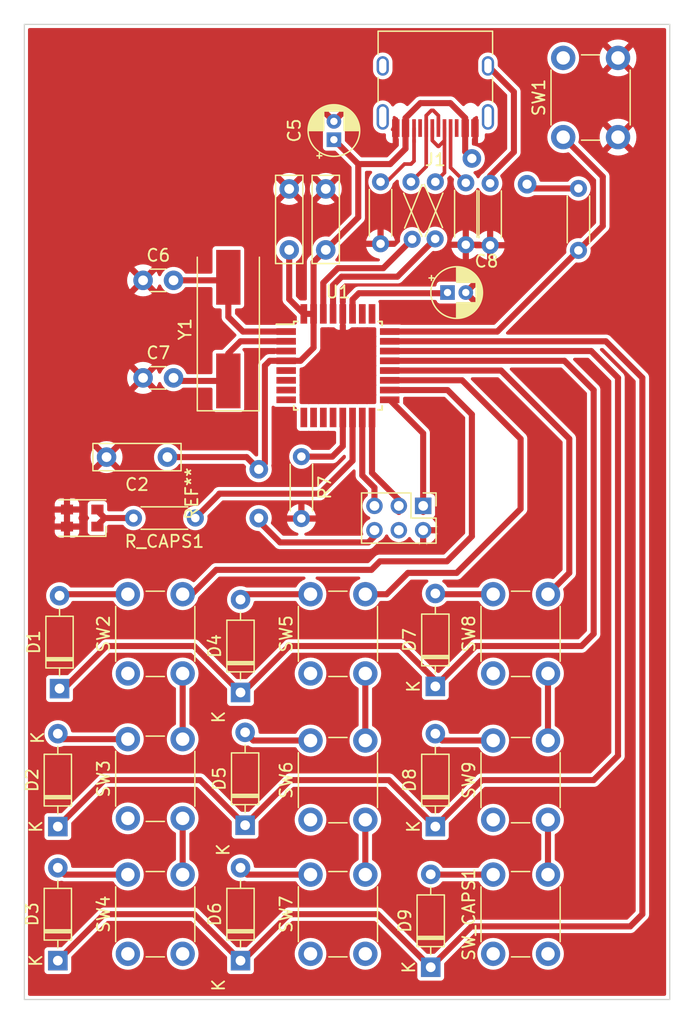
<source format=kicad_pcb>
(kicad_pcb (version 20211014) (generator pcbnew)
  (layers (0 "F.Cu" signal) (31 "B.Cu" signal) (34 "B.Paste" user) (35 "F.Paste" user) (36 "B.SilkS" user "B.Silkscreen") (37 "F.SilkS" user "F.Silkscreen") (38 "B.Mask" user) (39 "F.Mask" user) (44 "Edge.Cuts" user))
  (net 0 "")
  (net 1 "Net-(C6-Pad2)")
  (net 2 "Net-(C7-Pad2)")
  (net 3 "Net-(C8-Pad1)")
  (net 4 "Net-(D1-Pad2)")
  (net 5 "Net-(D2-Pad2)")
  (net 6 "ROW3")
  (net 7 "Net-(D3-Pad2)")
  (net 8 "Net-(D4-Pad2)")
  (net 9 "Net-(D5-Pad2)")
  (net 10 "Net-(D6-Pad2)")
  (net 11 "Net-(D7-Pad2)")
  (net 12 "Net-(D8-Pad2)")
  (net 13 "Net-(D9-Pad2)")
  (net 14 "Net-(J1-PadA5)")
  (net 15 "Net-(J1-PadA6)")
  (net 16 "Net-(J1-PadA7)")
  (net 18 "Net-(J1-PadB5)")
  (net 20 "Net-(J1-PadS1)")
  (net 21 "RESET")
  (net 22 "D-")
  (net 23 "D+")
  (net 24 "Net-(R7-Pad1)")
  (net 25 "CAPS")
  (net 26 "COL1")
  (net 27 "COL2")
  (net 28 "COL3")
  (net 31 "VCC")
  (net 32 "GND")
  (net 37 "Net-(R_CAPS1-Pad2)")
  (net 41 "ROW1")
  (net 42 "ROW2")
  (net 44 "MISO")
  (net 45 "MOSI")
  (net 46 "SCLK")
  (footprint "Resistor_THT:R_Axial_DIN0204_L3.6mm_D1.6mm_P5.08mm_Horizontal" (layer "F.Cu") (at 58 55.46 -90)
    (fp_text reference "R7" (at 2.54 -1.92 90) (layer "F.SilkS"))
    (fp_text value "10k")
    (pad "1" thru_hole circle (at 0 0 270) (size 1.4 1.4) (drill 0.7) (layers *.Cu *.Mask) (net 24 "Net-(R7-Pad1)"))
    (pad "2" thru_hole oval (at 5.08 0 270) (size 1.4 1.4) (drill 0.7) (layers *.Cu *.Mask) (net 32 "GND"))
  )
  (footprint "Diode_THT:D_DO-35_SOD27_P7.62mm_Horizontal" (layer "F.Cu") (at 53 96.81 90)
    (fp_text reference "D6" (at 3.81 -2.12 90) (layer "F.SilkS"))
    (fp_text value "1N4148")
    (fp_text user "K" (at -2.015564 -1.8 90) (layer "F.SilkS"))
    (pad "1" thru_hole rect locked (at 0 0 90) (size 1.6 1.6) (drill 0.8) (layers *.Cu *.Mask) (net 6 "ROW3"))
    (pad "2" thru_hole oval locked (at 7.62 0 90) (size 1.6 1.6) (drill 0.8) (layers *.Cu *.Mask) (net 10 "Net-(D6-Pad2)"))
  )
  (footprint "Diode_THT:D_DO-35_SOD27_P7.62mm_Horizontal" (layer "F.Cu") (at 38.14 74.49 90)
    (fp_text reference "D1" (at 3.81 -2.12 90) (layer "F.SilkS"))
    (fp_text value "1N4148")
    (fp_text user "K" (at -4.031128 -1.8 90) (layer "F.SilkS"))
    (pad "1" thru_hole rect locked (at 0 0 90) (size 1.6 1.6) (drill 0.8) (layers *.Cu *.Mask) (net 41 "ROW1"))
    (pad "2" thru_hole oval locked (at 7.62 0 90) (size 1.6 1.6) (drill 0.8) (layers *.Cu *.Mask) (net 4 "Net-(D1-Pad2)"))
  )
  (footprint "Capacitor_THT:C_Rect_L7.0mm_W2.0mm_P5.00mm" (layer "F.Cu") (at 57 38.5 90)
    (fp_text reference "C1" hide)
    (fp_text value "0.1uf")
    (pad "1" thru_hole circle (at 0 0 90) (size 1.6 1.6) (drill 0.8) (layers *.Cu *.Mask) (net 31 "VCC"))
    (pad "2" thru_hole circle (at 5 0 90) (size 1.6 1.6) (drill 0.8) (layers *.Cu *.Mask) (net 32 "GND"))
  )
  (footprint "Diode_THT:D_DO-35_SOD27_P7.62mm_Horizontal" (layer "F.Cu") (at 68.62 97.35 90)
    (fp_text reference "D9" (at 3.81 -2.12 90) (layer "F.SilkS"))
    (fp_text value "1N4148")
    (fp_text user "K" (at 0 -1.8 90) (layer "F.SilkS"))
    (pad "1" thru_hole rect locked (at 0 0 90) (size 1.6 1.6) (drill 0.8) (layers *.Cu *.Mask) (net 6 "ROW3"))
    (pad "2" thru_hole oval locked (at 7.62 0 90) (size 1.6 1.6) (drill 0.8) (layers *.Cu *.Mask) (net 13 "Net-(D9-Pad2)"))
  )
  (footprint "Button_Switch_THT:SW_PUSH_6mm" (layer "F.Cu") (at 73.75 96.25 90)
    (fp_text reference "SW_CAPS1" (at 3.25 -2 90) (layer "F.SilkS"))
    (fp_text value "SW_Push")
    (pad "1" thru_hole circle locked (at 6.5 0 180) (size 2 2) (drill 1.1) (layers *.Cu *.Mask) (net 13 "Net-(D9-Pad2)"))
    (pad "1" thru_hole circle locked (at 0 0 180) (size 2 2) (drill 1.1) (layers *.Cu *.Mask) (net 13 "Net-(D9-Pad2)"))
    (pad "2" thru_hole circle locked (at 6.5 4.5 180) (size 2 2) (drill 1.1) (layers *.Cu *.Mask) (net 28 "COL3"))
    (pad "2" thru_hole circle locked (at 0 4.5 180) (size 2 2) (drill 1.1) (layers *.Cu *.Mask) (net 28 "COL3"))
  )
  (footprint "Resistor_THT:R_Axial_DIN0204_L3.6mm_D1.6mm_P5.08mm_Horizontal" (layer "F.Cu") (at 67 32.92 -67)
    (fp_text reference "R6" hide)
    (fp_text value "22ohm")
    (pad "1" thru_hole circle (at 0 0 293) (size 1.4 1.4) (drill 0.7) (layers *.Cu *.Mask) (net 15 "Net-(J1-PadA6)"))
    (pad "2" thru_hole oval (at 5.08 0 293) (size 1.4 1.4) (drill 0.7) (layers *.Cu *.Mask) (net 23 "D+"))
  )
  (footprint "Package_QFP:TQFP-32_7x7mm_P0.8mm" (layer "F.Cu") (at 61 48)
    (fp_text reference "U1" (at 0 -6.05) (layer "F.SilkS"))
    (fp_text value "ATmega8U2-A")
    (pad "1" smd rect (at -4.25 -2.8) (size 1.6 0.55) (layers "F.Cu" "F.Paste" "F.Mask") (net 1 "Net-(C6-Pad2)"))
    (pad "2" smd rect (at -4.25 -2) (size 1.6 0.55) (layers "F.Cu" "F.Paste" "F.Mask") (net 2 "Net-(C7-Pad2)"))
    (pad "3" smd rect (at -4.25 -1.2) (size 1.6 0.55) (layers "F.Cu" "F.Paste" "F.Mask") (net 32 "GND"))
    (pad "4" smd rect (at -4.25 -0.4) (size 1.6 0.55) (layers "F.Cu" "F.Paste" "F.Mask") (net 31 "VCC"))
    (pad "5" smd rect (at -4.25 0.4) (size 1.6 0.55) (layers "F.Cu" "F.Paste" "F.Mask"))
    (pad "6" smd rect (at -4.25 1.2) (size 1.6 0.55) (layers "F.Cu" "F.Paste" "F.Mask"))
    (pad "7" smd rect (at -4.25 2) (size 1.6 0.55) (layers "F.Cu" "F.Paste" "F.Mask"))
    (pad "8" smd rect (at -4.25 2.8) (size 1.6 0.55) (layers "F.Cu" "F.Paste" "F.Mask"))
    (pad "9" smd rect (at -2.8 4.25 90) (size 1.6 0.55) (layers "F.Cu" "F.Paste" "F.Mask"))
    (pad "10" smd rect (at -2 4.25 90) (size 1.6 0.55) (layers "F.Cu" "F.Paste" "F.Mask"))
    (pad "11" smd rect (at -1.2 4.25 90) (size 1.6 0.55) (layers "F.Cu" "F.Paste" "F.Mask"))
    (pad "12" smd rect (at -0.4 4.25 90) (size 1.6 0.55) (layers "F.Cu" "F.Paste" "F.Mask"))
    (pad "13" smd rect (at 0.4 4.25 90) (size 1.6 0.55) (layers "F.Cu" "F.Paste" "F.Mask") (net 24 "Net-(R7-Pad1)"))
    (pad "14" smd rect (at 1.2 4.25 90) (size 1.6 0.55) (layers "F.Cu" "F.Paste" "F.Mask") (net 25 "CAPS"))
    (pad "15" smd rect (at 2 4.25 90) (size 1.6 0.55) (layers "F.Cu" "F.Paste" "F.Mask") (net 46 "SCLK"))
    (pad "16" smd rect (at 2.8 4.25 90) (size 1.6 0.55) (layers "F.Cu" "F.Paste" "F.Mask") (net 45 "MOSI"))
    (pad "17" smd rect (at 4.25 2.8) (size 1.6 0.55) (layers "F.Cu" "F.Paste" "F.Mask") (net 44 "MISO"))
    (pad "18" smd rect (at 4.25 2) (size 1.6 0.55) (layers "F.Cu" "F.Paste" "F.Mask") (net 26 "COL1"))
    (pad "19" smd rect (at 4.25 1.2) (size 1.6 0.55) (layers "F.Cu" "F.Paste" "F.Mask") (net 27 "COL2"))
    (pad "20" smd rect (at 4.25 0.4) (size 1.6 0.55) (layers "F.Cu" "F.Paste" "F.Mask") (net 28 "COL3"))
    (pad "21" smd rect (at 4.25 -0.4) (size 1.6 0.55) (layers "F.Cu" "F.Paste" "F.Mask") (net 41 "ROW1"))
    (pad "22" smd rect (at 4.25 -1.2) (size 1.6 0.55) (layers "F.Cu" "F.Paste" "F.Mask") (net 42 "ROW2"))
    (pad "23" smd rect (at 4.25 -2) (size 1.6 0.55) (layers "F.Cu" "F.Paste" "F.Mask") (net 6 "ROW3"))
    (pad "24" smd rect (at 4.25 -2.8) (size 1.6 0.55) (layers "F.Cu" "F.Paste" "F.Mask") (net 21 "RESET"))
    (pad "25" smd rect (at 2.8 -4.25 90) (size 1.6 0.55) (layers "F.Cu" "F.Paste" "F.Mask"))
    (pad "26" smd rect (at 2 -4.25 90) (size 1.6 0.55) (layers "F.Cu" "F.Paste" "F.Mask"))
    (pad "27" smd rect (at 1.2 -4.25 90) (size 1.6 0.55) (layers "F.Cu" "F.Paste" "F.Mask") (net 3 "Net-(C8-Pad1)"))
    (pad "28" smd rect (at 0.4 -4.25 90) (size 1.6 0.55) (layers "F.Cu" "F.Paste" "F.Mask") (net 32 "GND"))
    (pad "29" smd rect (at -0.4 -4.25 90) (size 1.6 0.55) (layers "F.Cu" "F.Paste" "F.Mask") (net 23 "D+"))
    (pad "30" smd rect (at -1.2 -4.25 90) (size 1.6 0.55) (layers "F.Cu" "F.Paste" "F.Mask") (net 22 "D-"))
    (pad "31" smd rect (at -2 -4.25 90) (size 1.6 0.55) (layers "F.Cu" "F.Paste" "F.Mask") (net 31 "VCC"))
    (pad "32" smd rect (at -2.8 -4.25 90) (size 1.6 0.55) (layers "F.Cu" "F.Paste" "F.Mask") (net 31 "VCC"))
  )
  (footprint "Liam_CustomFootprints:Jumper_THT" (layer "F.Cu") (at 75.925707 27.313698 -25)
    (fp_text reference "REF**" hide)
    (fp_text value "Jumper_THT" hide)
    (pad "1" thru_hole circle (at -2 5 335) (size 1.524 1.524) (drill 0.762) (layers *.Cu *.Mask) (net 31 "VCC"))
    (pad "2" thru_hole circle (at 3 5 335) (size 1.524 1.524) (drill 0.762) (layers *.Cu *.Mask) (net 31 "VCC"))
  )
  (footprint "Diode_THT:D_DO-35_SOD27_P7.62mm_Horizontal" (layer "F.Cu") (at 69 85.81 90)
    (fp_text reference "D8" (at 3.81 -2.12 90) (layer "F.SilkS"))
    (fp_text value "1N4148")
    (fp_text user "K" (at 0 -1.8 90) (layer "F.SilkS"))
    (pad "1" thru_hole rect locked (at 0 0 90) (size 1.6 1.6) (drill 0.8) (layers *.Cu *.Mask) (net 42 "ROW2"))
    (pad "2" thru_hole oval locked (at 7.62 0 90) (size 1.6 1.6) (drill 0.8) (layers *.Cu *.Mask) (net 12 "Net-(D8-Pad2)"))
  )
  (footprint "Button_Switch_THT:SW_PUSH_6mm" (layer "F.Cu") (at 79.5 29.25 90)
    (fp_text reference "SW1" (at 3.25 -2 90) (layer "F.SilkS"))
    (fp_text value "SW_Push")
    (pad "1" thru_hole circle (at 6.5 0 180) (size 2 2) (drill 1.1) (layers *.Cu *.Mask) (net 21 "RESET"))
    (pad "1" thru_hole circle (at 0 0 180) (size 2 2) (drill 1.1) (layers *.Cu *.Mask) (net 21 "RESET"))
    (pad "2" thru_hole circle (at 6.5 4.5 180) (size 2 2) (drill 1.1) (layers *.Cu *.Mask) (net 32 "GND"))
    (pad "2" thru_hole circle (at 0 4.5 180) (size 2 2) (drill 1.1) (layers *.Cu *.Mask) (net 32 "GND"))
  )
  (footprint "Connector_USB:USB_C_Receptacle_HRO_TYPE-C-31-M-12" (layer "F.Cu") (at 69 24.46 180)
    (fp_text reference "J1" (at 0 -6.645) (layer "F.SilkS"))
    (fp_text value "USB_C_Receptacle_USB2.0")
    (pad "" np_thru_hole circle (at -2.89 -2.6 180) (size 0.65 0.65) (drill 0.65) (layers *.Cu *.Mask))
    (pad "" np_thru_hole circle (at 2.89 -2.6 180) (size 0.65 0.65) (drill 0.65) (layers *.Cu *.Mask))
    (pad "A1" smd rect (at -3.25 -4.045 180) (size 0.6 1.45) (layers "F.Cu" "F.Paste" "F.Mask") (net 32 "GND"))
    (pad "A4" smd rect (at -2.45 -4.045 180) (size 0.6 1.45) (layers "F.Cu" "F.Paste" "F.Mask") (net 31 "VCC"))
    (pad "A5" smd rect (at -1.25 -4.045 180) (size 0.3 1.45) (layers "F.Cu" "F.Paste" "F.Mask") (net 14 "Net-(J1-PadA5)"))
    (pad "A6" smd rect (at -0.25 -4.045 180) (size 0.3 1.45) (layers "F.Cu" "F.Paste" "F.Mask") (net 15 "Net-(J1-PadA6)"))
    (pad "A7" smd rect (at 0.25 -4.045 180) (size 0.3 1.45) (layers "F.Cu" "F.Paste" "F.Mask") (net 16 "Net-(J1-PadA7)"))
    (pad "A8" smd rect (at 1.25 -4.045 180) (size 0.3 1.45) (layers "F.Cu" "F.Paste" "F.Mask"))
    (pad "A9" smd rect (at 2.45 -4.045 180) (size 0.6 1.45) (layers "F.Cu" "F.Paste" "F.Mask") (net 31 "VCC"))
    (pad "A12" smd rect (at 3.25 -4.045 180) (size 0.6 1.45) (layers "F.Cu" "F.Paste" "F.Mask") (net 32 "GND"))
    (pad "B1" smd rect (at 3.25 -4.045 180) (size 0.6 1.45) (layers "F.Cu" "F.Paste" "F.Mask") (net 32 "GND"))
    (pad "B4" smd rect (at 2.45 -4.045 180) (size 0.6 1.45) (layers "F.Cu" "F.Paste" "F.Mask") (net 31 "VCC"))
    (pad "B5" smd rect (at 1.75 -4.045 180) (size 0.3 1.45) (layers "F.Cu" "F.Paste" "F.Mask") (net 18 "Net-(J1-PadB5)"))
    (pad "B6" smd rect (at 0.75 -4.045 180) (size 0.3 1.45) (layers "F.Cu" "F.Paste" "F.Mask") (net 15 "Net-(J1-PadA6)"))
    (pad "B7" smd rect (at -0.75 -4.045 180) (size 0.3 1.45) (layers "F.Cu" "F.Paste" "F.Mask") (net 16 "Net-(J1-PadA7)"))
    (pad "B8" smd rect (at -1.75 -4.045 180) (size 0.3 1.45) (layers "F.Cu" "F.Paste" "F.Mask"))
    (pad "B9" smd rect (at -2.45 -4.045 180) (size 0.6 1.45) (layers "F.Cu" "F.Paste" "F.Mask") (net 31 "VCC"))
    (pad "B12" smd rect (at -3.25 -4.045 180) (size 0.6 1.45) (layers "F.Cu" "F.Paste" "F.Mask") (net 32 "GND"))
    (pad "S1" thru_hole oval (at 4.32 -3.13 180) (size 1 2.1) (drill oval 0.6 1.7) (layers *.Cu *.Mask) (net 20 "Net-(J1-PadS1)"))
    (pad "S1" thru_hole oval (at -4.32 1.05 180) (size 1 1.6) (drill oval 0.6 1.2) (layers *.Cu *.Mask) (net 20 "Net-(J1-PadS1)"))
    (pad "S1" thru_hole oval (at 4.32 1.05 180) (size 1 1.6) (drill oval 0.6 1.2) (layers *.Cu *.Mask) (net 20 "Net-(J1-PadS1)"))
    (pad "S1" thru_hole oval (at -4.32 -3.13 180) (size 1 2.1) (drill oval 0.6 1.7) (layers *.Cu *.Mask) (net 20 "Net-(J1-PadS1)"))
  )
  (footprint "Diode_THT:D_DO-35_SOD27_P7.62mm_Horizontal" (layer "F.Cu") (at 38 96.81 90)
    (fp_text reference "D3" (at 3.81 -2.12 90) (layer "F.SilkS"))
    (fp_text value "1N4148")
    (fp_text user "K" (at 0 -1.8 90) (layer "F.SilkS"))
    (pad "1" thru_hole rect locked (at 0 0 90) (size 1.6 1.6) (drill 0.8) (layers *.Cu *.Mask) (net 6 "ROW3"))
    (pad "2" thru_hole oval locked (at 7.62 0 90) (size 1.6 1.6) (drill 0.8) (layers *.Cu *.Mask) (net 7 "Net-(D3-Pad2)"))
  )
  (footprint "Capacitor_THT:CP_Radial_D4.0mm_P1.50mm" (layer "F.Cu") (at 60.66952 29.46 90)
    (fp_text reference "C5" (at 0.75 -3.25 90) (layer "F.SilkS"))
    (fp_text value "10uf")
    (pad "1" thru_hole rect (at 0 0 90) (size 1.2 1.2) (drill 0.6) (layers *.Cu *.Mask) (net 31 "VCC"))
    (pad "2" thru_hole circle (at 1.5 0 90) (size 1.2 1.2) (drill 0.6) (layers *.Cu *.Mask) (net 32 "GND"))
  )
  (footprint "Capacitor_THT:C_Rect_L7.0mm_W2.0mm_P5.00mm" (layer "F.Cu") (at 60 38.5 90)
    (fp_text reference "C3" hide)
    (fp_text value "0.1uf")
    (pad "1" thru_hole circle (at 0 0 90) (size 1.6 1.6) (drill 0.8) (layers *.Cu *.Mask) (net 31 "VCC"))
    (pad "2" thru_hole circle (at 5 0 90) (size 1.6 1.6) (drill 0.8) (layers *.Cu *.Mask) (net 32 "GND"))
  )
  (footprint "Liam_CustomFootprints:Jumper_THT" (layer "F.Cu") (at 49.5 58.5 90)
    (fp_text reference "REF**" (at 0 -0.5 90 unlocked) (layer "F.SilkS"))
    (fp_text value "Jumper_THT")
    (pad "1" thru_hole circle (at -2 5 90) (size 1.524 1.524) (drill 0.762) (layers *.Cu *.Mask) (net 31 "VCC"))
    (pad "2" thru_hole circle (at 2 5 90) (size 1.524 1.524) (drill 0.762) (layers *.Cu *.Mask) (net 31 "VCC"))
  )
  (footprint "Capacitor_THT:C_Rect_L7.0mm_W2.0mm_P5.00mm" (layer "F.Cu") (at 47 55.5 180)
    (fp_text reference "C2" (at 2.5 -2.25) (layer "F.SilkS"))
    (fp_text value "0.1uf")
    (pad "1" thru_hole circle (at 0 0 180) (size 1.6 1.6) (drill 0.8) (layers *.Cu *.Mask) (net 31 "VCC"))
    (pad "2" thru_hole circle (at 5 0 180) (size 1.6 1.6) (drill 0.8) (layers *.Cu *.Mask) (net 32 "GND"))
  )
  (footprint "Capacitor_THT:C_Disc_D3.0mm_W1.6mm_P2.50mm" (layer "F.Cu") (at 45 41)
    (fp_text reference "C6" (at 1.25 -2.05) (layer "F.SilkS"))
    (fp_text value "22pf")
    (pad "1" thru_hole circle (at 0 0) (size 1.6 1.6) (drill 0.8) (layers *.Cu *.Mask) (net 32 "GND"))
    (pad "2" thru_hole circle (at 2.5 0) (size 1.6 1.6) (drill 0.8) (layers *.Cu *.Mask) (net 1 "Net-(C6-Pad2)"))
  )
  (footprint "Crystal:Crystal_SMD_HC49-SD" (layer "F.Cu") (at 52 45 90)
    (fp_text reference "Y1" (at 0 -3.55 90) (layer "F.SilkS"))
    (fp_text value "16mhz")
    (pad "1" smd rect (at -4.25 0 90) (size 4.5 2) (layers "F.Cu" "F.Paste" "F.Mask") (net 2 "Net-(C7-Pad2)"))
    (pad "2" smd rect (at 4.25 0 90) (size 4.5 2) (layers "F.Cu" "F.Paste" "F.Mask") (net 1 "Net-(C6-Pad2)"))
  )
  (footprint "Button_Switch_THT:SW_PUSH_6mm" (layer "F.Cu") (at 58.75 85.25 90)
    (fp_text reference "SW6" (at 3.25 -2 90) (layer "F.SilkS"))
    (fp_text value "SW_Push")
    (pad "1" thru_hole circle locked (at 6.5 0 180) (size 2 2) (drill 1.1) (layers *.Cu *.Mask) (net 9 "Net-(D5-Pad2)"))
    (pad "1" thru_hole circle locked (at 0 0 180) (size 2 2) (drill 1.1) (layers *.Cu *.Mask) (net 9 "Net-(D5-Pad2)"))
    (pad "2" thru_hole circle locked (at 0 4.5 180) (size 2 2) (drill 1.1) (layers *.Cu *.Mask) (net 27 "COL2"))
    (pad "2" thru_hole circle locked (at 6.5 4.5 180) (size 2 2) (drill 1.1) (layers *.Cu *.Mask) (net 27 "COL2"))
  )
  (footprint "Resistor_THT:R_Axial_DIN0204_L3.6mm_D1.6mm_P5.08mm_Horizontal" (layer "F.Cu") (at 49.29 60.5 180)
    (fp_text reference "R_CAPS1" (at 2.54 -1.92) (layer "F.SilkS"))
    (fp_text value "220ohm")
    (pad "1" thru_hole circle (at 0 0 180) (size 1.4 1.4) (drill 0.7) (layers *.Cu *.Mask) (net 25 "CAPS"))
    (pad "2" thru_hole oval (at 5.08 0 180) (size 1.4 1.4) (drill 0.7) (layers *.Cu *.Mask) (net 37 "Net-(R_CAPS1-Pad2)"))
  )
  (footprint "Button_Switch_THT:SW_PUSH_6mm" (layer "F.Cu") (at 43.75 96.25 90)
    (fp_text reference "SW4" (at 3.25 -2 90) (layer "F.SilkS"))
    (fp_text value "SW_Push")
    (pad "1" thru_hole circle locked (at 0 0 180) (size 2 2) (drill 1.1) (layers *.Cu *.Mask) (net 7 "Net-(D3-Pad2)"))
    (pad "1" thru_hole circle locked (at 6.5 0 180) (size 2 2) (drill 1.1) (layers *.Cu *.Mask) (net 7 "Net-(D3-Pad2)"))
    (pad "2" thru_hole circle locked (at 0 4.5 180) (size 2 2) (drill 1.1) (layers *.Cu *.Mask) (net 26 "COL1"))
    (pad "2" thru_hole circle locked (at 6.5 4.5 180) (size 2 2) (drill 1.1) (layers *.Cu *.Mask) (net 26 "COL1"))
  )
  (footprint "Diode_THT:D_DO-35_SOD27_P7.62mm_Horizontal" (layer "F.Cu") (at 69 74.31 90)
    (fp_text reference "D7" (at 3.81 -2.12 90) (layer "F.SilkS"))
    (fp_text value "1N4148")
    (fp_text user "K" (at 0 -1.8 90) (layer "F.SilkS"))
    (pad "1" thru_hole rect locked (at 0 0 90) (size 1.6 1.6) (drill 0.8) (layers *.Cu *.Mask) (net 41 "ROW1"))
    (pad "2" thru_hole oval locked (at 7.62 0 90) (size 1.6 1.6) (drill 0.8) (layers *.Cu *.Mask) (net 11 "Net-(D7-Pad2)"))
  )
  (footprint "Button_Switch_THT:SW_PUSH_6mm" (layer "F.Cu") (at 58.75 96.25 90)
    (fp_text reference "SW7" (at 3.25 -2 90) (layer "F.SilkS"))
    (fp_text value "SW_Push")
    (pad "1" thru_hole circle locked (at 0 0 180) (size 2 2) (drill 1.1) (layers *.Cu *.Mask) (net 10 "Net-(D6-Pad2)"))
    (pad "1" thru_hole circle locked (at 6.5 0 180) (size 2 2) (drill 1.1) (layers *.Cu *.Mask) (net 10 "Net-(D6-Pad2)"))
    (pad "2" thru_hole circle locked (at 6.5 4.5 180) (size 2 2) (drill 1.1) (layers *.Cu *.Mask) (net 27 "COL2"))
    (pad "2" thru_hole circle locked (at 0 4.5 180) (size 2 2) (drill 1.1) (layers *.Cu *.Mask) (net 27 "COL2"))
  )
  (footprint "Button_Switch_THT:SW_PUSH_6mm" (layer "F.Cu") (at 43.75 73.25 90)
    (fp_text reference "SW2" (at 3.25 -2 90) (layer "F.SilkS"))
    (fp_text value "SW_Push")
    (pad "1" thru_hole circle locked (at 6.5 0 180) (size 2 2) (drill 1.1) (layers *.Cu *.Mask) (net 4 "Net-(D1-Pad2)"))
    (pad "1" thru_hole circle locked (at 0 0 180) (size 2 2) (drill 1.1) (layers *.Cu *.Mask) (net 4 "Net-(D1-Pad2)"))
    (pad "2" thru_hole circle locked (at 6.5 4.5 180) (size 2 2) (drill 1.1) (layers *.Cu *.Mask) (net 26 "COL1"))
    (pad "2" thru_hole circle locked (at 0 4.5 180) (size 2 2) (drill 1.1) (layers *.Cu *.Mask) (net 26 "COL1"))
  )
  (footprint "Resistor_THT:R_Axial_DIN0204_L3.6mm_D1.6mm_P5.08mm_Horizontal" (layer "F.Cu") (at 69 32.92 -112)
    (fp_text reference "R5" hide)
    (fp_text value "22ohm")
    (pad "1" thru_hole circle (at 0 0 248) (size 1.4 1.4) (drill 0.7) (layers *.Cu *.Mask) (net 16 "Net-(J1-PadA7)"))
    (pad "2" thru_hole oval (at 5.08 0 248) (size 1.4 1.4) (drill 0.7) (layers *.Cu *.Mask) (net 22 "D-"))
  )
  (footprint "Diode_THT:D_DO-35_SOD27_P7.62mm_Horizontal" (layer "F.Cu") (at 53 74.81 90)
    (fp_text reference "D4" (at 3.81 -2.12 90) (layer "F.SilkS"))
    (fp_text value "1N4148")
    (fp_text user "K" (at -2.015564 -1.8 90) (layer "F.SilkS"))
    (pad "1" thru_hole rect locked (at 0 0 90) (size 1.6 1.6) (drill 0.8) (layers *.Cu *.Mask) (net 41 "ROW1"))
    (pad "2" thru_hole oval locked (at 7.62 0 90) (size 1.6 1.6) (drill 0.8) (layers *.Cu *.Mask) (net 8 "Net-(D4-Pad2)"))
  )
  (footprint "Resistor_THT:R_Axial_DIN0204_L3.6mm_D1.6mm_P5.08mm_Horizontal" (layer "F.Cu") (at 64.5 32.92 -90)
    (fp_text reference "R4" hide)
    (fp_text value "5.1k")
    (pad "1" thru_hole circle (at 0 0 270) (size 1.4 1.4) (drill 0.7) (layers *.Cu *.Mask) (net 18 "Net-(J1-PadB5)"))
    (pad "2" thru_hole oval (at 5.08 0 270) (size 1.4 1.4) (drill 0.7) (layers *.Cu *.Mask) (net 32 "GND"))
  )
  (footprint "Capacitor_THT:CP_Radial_D4.0mm_P1.50mm" (layer "F.Cu") (at 70 42)
    (fp_text reference "C8" (at 3.2 -2.569022) (layer "F.SilkS"))
    (fp_text value "1uf")
    (pad "1" thru_hole rect (at 0 0) (size 1.2 1.2) (drill 0.6) (layers *.Cu *.Mask) (net 3 "Net-(C8-Pad1)"))
    (pad "2" thru_hole circle (at 1.5 0) (size 1.2 1.2) (drill 0.6) (layers *.Cu *.Mask) (net 32 "GND"))
  )
  (footprint "Button_Switch_THT:SW_PUSH_6mm" (layer "F.Cu") (at 58.75 73.25 90)
    (fp_text reference "SW5" (at 3.25 -2 90) (layer "F.SilkS"))
    (fp_text value "SW_Push")
    (pad "1" thru_hole circle locked (at 0 0 180) (size 2 2) (drill 1.1) (layers *.Cu *.Mask) (net 8 "Net-(D4-Pad2)"))
    (pad "1" thru_hole circle locked (at 6.5 0 180) (size 2 2) (drill 1.1) (layers *.Cu *.Mask) (net 8 "Net-(D4-Pad2)"))
    (pad "2" thru_hole circle locked (at 6.5 4.5 180) (size 2 2) (drill 1.1) (layers *.Cu *.Mask) (net 27 "COL2"))
    (pad "2" thru_hole circle locked (at 0 4.5 180) (size 2 2) (drill 1.1) (layers *.Cu *.Mask) (net 27 "COL2"))
  )
  (footprint "Resistor_THT:R_Axial_DIN0204_L3.6mm_D1.6mm_P5.08mm_Horizontal" (layer "F.Cu") (at 71.5 33 -90)
    (fp_text reference "R3" hide)
    (fp_text value "5.1k")
    (pad "1" thru_hole circle (at 0 0 270) (size 1.4 1.4) (drill 0.7) (layers *.Cu *.Mask) (net 14 "Net-(J1-PadA5)"))
    (pad "2" thru_hole oval (at 5.08 0 270) (size 1.4 1.4) (drill 0.7) (layers *.Cu *.Mask) (net 32 "GND"))
  )
  (footprint "Capacitor_THT:C_Disc_D3.0mm_W1.6mm_P2.50mm" (layer "F.Cu") (at 45 49)
    (fp_text reference "C7" (at 1.25 -2.05) (layer "F.SilkS"))
    (fp_text value "22pf")
    (pad "1" thru_hole circle (at 0 0) (size 1.6 1.6) (drill 0.8) (layers *.Cu *.Mask) (net 32 "GND"))
    (pad "2" thru_hole circle (at 2.5 0) (size 1.6 1.6) (drill 0.8) (layers *.Cu *.Mask) (net 2 "Net-(C7-Pad2)"))
  )
  (footprint "Diode_THT:D_DO-35_SOD27_P7.62mm_Horizontal" (layer "F.Cu") (at 53.38 85.698872 90)
    (fp_text reference "D5" (at 3.81 -2.12 90) (layer "F.SilkS"))
    (fp_text value "1N4148")
    (fp_text user "K" (at -2.015564 -1.8 90) (layer "F.SilkS"))
    (pad "1" thru_hole rect locked (at 0 0 90) (size 1.6 1.6) (drill 0.8) (layers *.Cu *.Mask) (net 42 "ROW2"))
    (pad "2" thru_hole oval locked (at 7.62 0 90) (size 1.6 1.6) (drill 0.8) (layers *.Cu *.Mask) (net 9 "Net-(D5-Pad2)"))
  )
  (footprint "Resistor_THT:R_Axial_DIN0204_L3.6mm_D1.6mm_P5.08mm_Horizontal" (layer "F.Cu") (at 73.5 33.04 -90)
    (fp_text reference "R2" hide)
    (fp_text value "10M")
    (pad "1" thru_hole circle (at 0 0 270) (size 1.4 1.4) (drill 0.7) (layers *.Cu *.Mask) (net 20 "Net-(J1-PadS1)"))
    (pad "2" thru_hole oval (at 5.08 0 270) (size 1.4 1.4) (drill 0.7) (layers *.Cu *.Mask) (net 32 "GND"))
  )
  (footprint "Button_Switch_THT:SW_PUSH_6mm" (layer "F.Cu") (at 73.75 73.25 90)
    (fp_text reference "SW8" (at 3.25 -2 90) (layer "F.SilkS"))
    (fp_text value "SW_Push")
    (pad "1" thru_hole circle locked (at 6.5 0 180) (size 2 2) (drill 1.1) (layers *.Cu *.Mask) (net 11 "Net-(D7-Pad2)"))
    (pad "1" thru_hole circle locked (at 0 0 180) (size 2 2) (drill 1.1) (layers *.Cu *.Mask) (net 11 "Net-(D7-Pad2)"))
    (pad "2" thru_hole circle locked (at 6.5 4.5 180) (size 2 2) (drill 1.1) (layers *.Cu *.Mask) (net 28 "COL3"))
    (pad "2" thru_hole circle locked (at 0 4.5 180) (size 2 2) (drill 1.1) (layers *.Cu *.Mask) (net 28 "COL3"))
  )
  (footprint "Button_Switch_THT:SW_PUSH_6mm" (layer "F.Cu") (at 43.75 85.138872 90)
    (fp_text reference "SW3" (at 3.25 -2 90) (layer "F.SilkS"))
    (fp_text value "SW_Push")
    (pad "1" thru_hole circle locked (at 6.5 0 180) (size 2 2) (drill 1.1) (layers *.Cu *.Mask) (net 5 "Net-(D2-Pad2)"))
    (pad "1" thru_hole circle locked (at 0 0 180) (size 2 2) (drill 1.1) (layers *.Cu *.Mask) (net 5 "Net-(D2-Pad2)"))
    (pad "2" thru_hole circle locked (at 0 4.5 180) (size 2 2) (drill 1.1) (layers *.Cu *.Mask) (net 26 "COL1"))
    (pad "2" thru_hole circle locked (at 6.5 4.5 180) (size 2 2) (drill 1.1) (layers *.Cu *.Mask) (net 26 "COL1"))
  )
  (footprint "Button_Switch_THT:SW_PUSH_6mm" (layer "F.Cu") (at 73.75 85.25 90)
    (fp_text reference "SW9" (at 3.25 -2 90) (layer "F.SilkS"))
    (fp_text value "SW_Push")
    (pad "1" thru_hole circle locked (at 0 0 180) (size 2 2) (drill 1.1) (layers *.Cu *.Mask) (net 12 "Net-(D8-Pad2)"))
    (pad "1" thru_hole circle locked (at 6.5 0 180) (size 2 2) (drill 1.1) (layers *.Cu *.Mask) (net 12 "Net-(D8-Pad2)"))
    (pad "2" thru_hole circle locked (at 6.5 4.5 180) (size 2 2) (drill 1.1) (layers *.Cu *.Mask) (net 28 "COL3"))
    (pad "2" thru_hole circle locked (at 0 4.5 180) (size 2 2) (drill 1.1) (layers *.Cu *.Mask) (net 28 "COL3"))
  )
  (footprint "Connector_PinHeader_2.00mm:PinHeader_2x03_P2.00mm_Vertical" (layer "F.Cu") (at 68 59.5 -90)
    (fp_text reference "ICSP_Programmer1" hide)
    (fp_text value "Conn_02x03_Odd_Even" hide)
    (pad "1" thru_hole rect (at 0 0 270) (size 1.35 1.35) (drill 0.8) (layers *.Cu *.Mask) (net 44 "MISO"))
    (pad "2" thru_hole oval (at 2 0 270) (size 1.35 1.35) (drill 0.8) (layers *.Cu *.Mask) (net 32 "GND"))
    (pad "3" thru_hole oval (at 0 2 270) (size 1.35 1.35) (drill 0.8) (layers *.Cu *.Mask) (net 45 "MOSI"))
    (pad "4" thru_hole oval (at 2 2 270) (size 1.35 1.35) (drill 0.8) (layers *.Cu *.Mask))
    (pad "5" thru_hole oval (at 0 4 270) (size 1.35 1.35) (drill 0.8) (layers *.Cu *.Mask) (net 46 "SCLK"))
    (pad "6" thru_hole oval (at 2 4 270) (size 1.35 1.35) (drill 0.8) (layers *.Cu *.Mask) (net 31 "VCC"))
  )
  (footprint "Resistor_THT:R_Axial_DIN0204_L3.6mm_D1.6mm_P5.08mm_Horizontal" (layer "F.Cu") (at 80.75 38.54 90)
    (fp_text reference "R1" hide)
    (fp_text value "10k")
    (pad "1" thru_hole circle (at 0 0 90) (size 1.4 1.4) (drill 0.7) (layers *.Cu *.Mask) (net 21 "RESET"))
    (pad "2" thru_hole oval (at 5.08 0 90) (size 1.4 1.4) (drill 0.7) (layers *.Cu *.Mask) (net 31 "VCC"))
  )
  (footprint "Diode_THT:D_DO-35_SOD27_P7.62mm_Horizontal" (layer "F.Cu") (at 38 85.81 90)
    (fp_text reference "D2" (at 3.81 -2.12 90) (layer "F.SilkS"))
    (fp_text value "1N4148")
    (fp_text user "K" (at 0 -1.8 90) (layer "F.SilkS"))
    (pad "1" thru_hole rect locked (at 0 0 90) (size 1.6 1.6) (drill 0.8) (layers *.Cu *.Mask) (net 42 "ROW2"))
    (pad "2" thru_hole oval locked (at 7.62 0 90) (size 1.6 1.6) (drill 0.8) (layers *.Cu *.Mask) (net 5 "Net-(D2-Pad2)"))
  )
  (footprint "LED_SMD:LED_Cree-PLCC4_3.2x2.8mm_CCW" (layer "F.Cu") (at 40 60.5 180)
    (fp_text reference "D_CAPS1" hide)
    (fp_text value "CLA1A-WKW-CXAYB153" hide)
    (pad "1" smd rect (at -1.25 -0.7 180) (size 1 0.8) (layers "F.Cu" "F.Paste" "F.Mask") (net 37 "Net-(R_CAPS1-Pad2)"))
    (pad "2" smd rect (at -1.25 0.7 180) (size 1 0.8) (layers "F.Cu" "F.Paste" "F.Mask") (net 37 "Net-(R_CAPS1-Pad2)"))
    (pad "3" smd rect (at 1.25 0.7 180) (size 1 0.8) (layers "F.Cu" "F.Paste" "F.Mask") (net 32 "GND"))
    (pad "4" smd rect (at 1.25 -0.7 180) (size 1 0.8) (layers "F.Cu" "F.Paste" "F.Mask") (net 32 "GND"))
  )
  (gr_line (start 88.25 20) (end 35.25 20) (layer "Edge.Cuts") (width 0.1))
  (gr_line (start 88.25 100) (end 88.25 20) (layer "Edge.Cuts") (width 0.1))
  (gr_line (start 35.25 20) (end 35.25 100) (layer "Edge.Cuts") (width 0.1))
  (gr_line (start 35.25 100) (end 88.25 100) (layer "Edge.Cuts") (width 0.1))
  (segment (start 53.2 45.2) (end 52 44) (width 0.5) (layer "F.Cu") (net 1))
  (segment (start 56.75 45.2) (end 53.2 45.2) (width 0.5) (layer "F.Cu") (net 1))
  (segment (start 52 44) (end 52 40.75) (width 0.5) (layer "F.Cu") (net 1))
  (segment (start 51.75 41) (end 52 40.75) (width 0.5) (layer "F.Cu") (net 1))
  (segment (start 47.5 41) (end 51.75 41) (width 0.5) (layer "F.Cu") (net 1))
  (segment (start 52 49.25) (end 47.75 49.25) (width 0.5) (layer "F.Cu") (net 2))
  (segment (start 47.75 49.25) (end 47.5 49) (width 0.5) (layer "F.Cu") (net 2))
  (segment (start 52 47) (end 52 49.25) (width 0.5) (layer "F.Cu") (net 2))
  (segment (start 56.75 46) (end 53 46) (width 0.5) (layer "F.Cu") (net 2))
  (segment (start 53 46) (end 52 47) (width 0.5) (layer "F.Cu") (net 2))
  (segment (start 62.718569 42.057409) (end 69.942591 42.057409) (width 0.5) (layer "F.Cu") (net 3))
  (segment (start 69.942591 42.057409) (end 70 42) (width 0.5) (layer "F.Cu") (net 3))
  (segment (start 62.2 43.75) (end 62.2 42.575978) (width 0.5) (layer "F.Cu") (net 3))
  (segment (start 62.2 42.575978) (end 62.718569 42.057409) (width 0.5) (layer "F.Cu") (net 3))
  (segment (start 38.26 66.75) (end 38.14 66.87) (width 0.5) (layer "F.Cu") (net 4))
  (segment (start 43.75 66.75) (end 38.26 66.75) (width 0.5) (layer "F.Cu") (net 4))
  (segment (start 43.75 78.638872) (end 38.448872 78.638872) (width 0.5) (layer "F.Cu") (net 5))
  (segment (start 38.448872 78.638872) (end 38 78.19) (width 0.5) (layer "F.Cu") (net 5))
  (segment (start 41.81 93) (end 49.19 93) (width 0.5) (layer "F.Cu") (net 6))
  (segment (start 64.27 93) (end 68.62 97.35) (width 0.5) (layer "F.Cu") (net 6))
  (segment (start 49.19 93) (end 53 96.81) (width 0.5) (layer "F.Cu") (net 6))
  (segment (start 86 49) (end 83 46) (width 0.5) (layer "F.Cu") (net 6))
  (segment (start 86 93) (end 86 49) (width 0.5) (layer "F.Cu") (net 6))
  (segment (start 85 94) (end 86 93) (width 0.5) (layer "F.Cu") (net 6))
  (segment (start 53.19 96.81) (end 57 93) (width 0.5) (layer "F.Cu") (net 6))
  (segment (start 38 96.81) (end 41.81 93) (width 0.5) (layer "F.Cu") (net 6))
  (segment (start 57 93) (end 64.27 93) (width 0.5) (layer "F.Cu") (net 6))
  (segment (start 83 46) (end 65.25 46) (width 0.5) (layer "F.Cu") (net 6))
  (segment (start 68.62 97.35) (end 71.97 94) (width 0.5) (layer "F.Cu") (net 6))
  (segment (start 71.97 94) (end 85 94) (width 0.5) (layer "F.Cu") (net 6))
  (segment (start 53 96.81) (end 53.19 96.81) (width 0.5) (layer "F.Cu") (net 6))
  (segment (start 38.56 89.75) (end 38 89.19) (width 0.5) (layer "F.Cu") (net 7))
  (segment (start 43.75 89.75) (end 38.56 89.75) (width 0.5) (layer "F.Cu") (net 7))
  (segment (start 58.75 66.75) (end 53.44 66.75) (width 0.5) (layer "F.Cu") (net 8))
  (segment (start 53.44 66.75) (end 53 67.19) (width 0.5) (layer "F.Cu") (net 8))
  (segment (start 58.75 78.75) (end 54.051128 78.75) (width 0.5) (layer "F.Cu") (net 9))
  (segment (start 54.051128 78.75) (end 53.38 78.078872) (width 0.5) (layer "F.Cu") (net 9))
  (segment (start 53.56 89.75) (end 53 89.19) (width 0.5) (layer "F.Cu") (net 10))
  (segment (start 58.75 89.75) (end 53.56 89.75) (width 0.5) (layer "F.Cu") (net 10))
  (segment (start 73.75 66.75) (end 69.06 66.75) (width 0.5) (layer "F.Cu") (net 11))
  (segment (start 69 66.69) (end 69 66.19) (width 0.5) (layer "F.Cu") (net 11))
  (segment (start 69.06 66.75) (end 69 66.69) (width 0.5) (layer "F.Cu") (net 11))
  (segment (start 73.75 78.75) (end 69.56 78.75) (width 0.5) (layer "F.Cu") (net 12))
  (segment (start 69.56 78.75) (end 69 78.19) (width 0.5) (layer "F.Cu") (net 12))
  (segment (start 68.64 89.75) (end 68.62 89.73) (width 0.5) (layer "F.Cu") (net 13))
  (segment (start 73.75 89.75) (end 68.64 89.75) (width 0.5) (layer "F.Cu") (net 13))
  (segment (start 70.25 31.75) (end 70.25 28.505) (width 0.3) (layer "F.Cu") (net 14))
  (segment (start 71.5 33) (end 70.25 31.75) (width 0.3) (layer "F.Cu") (net 14))
  (segment (start 68.25 27.480978) (end 68.671458 27.05952) (width 0.3) (layer "F.Cu") (net 15))
  (segment (start 68.25 31.67) (end 68.25 28.505) (width 0.3) (layer "F.Cu") (net 15))
  (segment (start 69.25 27.480978) (end 69.25 28.505) (width 0.3) (layer "F.Cu") (net 15))
  (segment (start 68.25 28.505) (end 68.25 27.480978) (width 0.3) (layer "F.Cu") (net 15))
  (segment (start 67 32.92) (end 68.25 31.67) (width 0.3) (layer "F.Cu") (net 15))
  (segment (start 68.671458 27.05952) (end 68.828542 27.05952) (width 0.3) (layer "F.Cu") (net 15))
  (segment (start 68.828542 27.05952) (end 69.25 27.480978) (width 0.3) (layer "F.Cu") (net 15))
  (segment (start 69.279022 30) (end 69.220978 30) (width 0.3) (layer "F.Cu") (net 16))
  (segment (start 68.775489 29.554511) (end 68.75 29.529022) (width 0.25) (layer "F.Cu") (net 16))
  (segment (start 69.75 32.17) (end 69.75 28.505) (width 0.3) (layer "F.Cu") (net 16))
  (segment (start 69.220978 30) (end 68.775489 29.554511) (width 0.3) (layer "F.Cu") (net 16))
  (segment (start 69.75 29.529022) (end 69.279022 30) (width 0.3) (layer "F.Cu") (net 16))
  (segment (start 68.75 29.529022) (end 68.75 28.505) (width 0.3) (layer "F.Cu") (net 16))
  (segment (start 69.75 28.505) (end 69.75 29.529022) (width 0.25) (layer "F.Cu") (net 16))
  (segment (start 69 32.92) (end 69.75 32.17) (width 0.3) (layer "F.Cu") (net 16))
  (segment (start 65 32.92) (end 66.46 31.46) (width 0.3) (layer "F.Cu") (net 18))
  (segment (start 67.25 31.21) (end 67.25 29.46) (width 0.3) (layer "F.Cu") (net 18))
  (segment (start 67 31.46) (end 67.25 31.21) (width 0.3) (layer "F.Cu") (net 18))
  (segment (start 66.46 31.46) (end 67 31.46) (width 0.3) (layer "F.Cu") (net 18))
  (segment (start 67.25 29.67) (end 67.25 28.505) (width 0.3) (layer "F.Cu") (net 18))
  (segment (start 75.45 25.54) (end 73.32 23.41) (width 0.5) (layer "F.Cu") (net 20))
  (segment (start 75.45 30.47) (end 75.45 25.54) (width 0.5) (layer "F.Cu") (net 20))
  (segment (start 73.5 33.04) (end 73.5 32.42) (width 0.5) (layer "F.Cu") (net 20))
  (segment (start 73.5 32.42) (end 75.45 30.47) (width 0.5) (layer "F.Cu") (net 20))
  (segment (start 80.75 38.54) (end 82.75 36.54) (width 0.5) (layer "F.Cu") (net 21))
  (segment (start 74.09 45.2) (end 80.75 38.54) (width 0.5) (layer "F.Cu") (net 21))
  (segment (start 82.75 36.54) (end 82.75 32.5) (width 0.5) (layer "F.Cu") (net 21))
  (segment (start 65.25 45.2) (end 74.09 45.2) (width 0.5) (layer "F.Cu") (net 21))
  (segment (start 82.75 32.5) (end 79.5 29.25) (width 0.5) (layer "F.Cu") (net 21))
  (segment (start 61 40) (end 59.8 41.2) (width 0.5) (layer "F.Cu") (net 22))
  (segment (start 64.727093 40) (end 61 40) (width 0.5) (layer "F.Cu") (net 22))
  (segment (start 67.096999 37.630094) (end 64.727093 40) (width 0.5) (layer "F.Cu") (net 22))
  (segment (start 59.8 41.2) (end 59.8 43.75) (width 0.5) (layer "F.Cu") (net 22))
  (segment (start 61.30048 40.69952) (end 65.881559 40.69952) (width 0.5) (layer "F.Cu") (net 23))
  (segment (start 60.6 43.75) (end 60.6 41.4) (width 0.5) (layer "F.Cu") (net 23))
  (segment (start 60.6 41.4) (end 61.30048 40.69952) (width 0.5) (layer "F.Cu") (net 23))
  (segment (start 65.881559 40.69952) (end 68.984914 37.596165) (width 0.5) (layer "F.Cu") (net 23))
  (segment (start 61.4 54.6) (end 60.54 55.46) (width 0.5) (layer "F.Cu") (net 24))
  (segment (start 60.54 55.46) (end 58 55.46) (width 0.5) (layer "F.Cu") (net 24))
  (segment (start 61.4 52.25) (end 61.4 54.6) (width 0.5) (layer "F.Cu") (net 24))
  (segment (start 49.29 60.5) (end 51.29 58.5) (width 0.5) (layer "F.Cu") (net 25))
  (segment (start 62.2 55.8) (end 62.2 52.25) (width 0.5) (layer "F.Cu") (net 25))
  (segment (start 51.25 58.5) (end 59.5 58.5) (width 0.5) (layer "F.Cu") (net 25))
  (segment (start 59.5 58.5) (end 62.2 55.8) (width 0.5) (layer "F.Cu") (net 25))
  (segment (start 72 62) (end 72 52) (width 0.5) (layer "F.Cu") (net 26))
  (segment (start 48.25 85.138872) (end 48.25 89.75) (width 0.5) (layer "F.Cu") (net 26))
  (segment (start 69.94952 64.05048) (end 72 62) (width 0.5) (layer "F.Cu") (net 26))
  (segment (start 70 50) (end 65.25 50) (width 0.5) (layer "F.Cu") (net 26))
  (segment (start 48.25 73.25) (end 48.25 78.638872) (width 0.5) (layer "F.Cu") (net 26))
  (segment (start 48.25 66.75) (end 49 66.75) (width 0.5) (layer "F.Cu") (net 26))
  (segment (start 64.44952 64.05048) (end 69.94952 64.05048) (width 0.5) (layer "F.Cu") (net 26))
  (segment (start 63.75 64.75) (end 64.44952 64.05048) (width 0.5) (layer "F.Cu") (net 26))
  (segment (start 51 64.75) (end 63.75 64.75) (width 0.5) (layer "F.Cu") (net 26))
  (segment (start 72 52) (end 70 50) (width 0.5) (layer "F.Cu") (net 26))
  (segment (start 49 66.75) (end 51 64.75) (width 0.5) (layer "F.Cu") (net 26))
  (segment (start 76 59.75) (end 70.75 65) (width 0.5) (layer "F.Cu") (net 27))
  (segment (start 63.25 73.25) (end 63.25 78.75) (width 0.5) (layer "F.Cu") (net 27))
  (segment (start 66.75 65) (end 65 66.75) (width 0.5) (layer "F.Cu") (net 27))
  (segment (start 70.75 65) (end 66.75 65) (width 0.5) (layer "F.Cu") (net 27))
  (segment (start 65 66.75) (end 63.25 66.75) (width 0.5) (layer "F.Cu") (net 27))
  (segment (start 63.25 85.25) (end 63.25 89.75) (width 0.5) (layer "F.Cu") (net 27))
  (segment (start 76 54) (end 76 59.75) (width 0.5) (layer "F.Cu") (net 27))
  (segment (start 71.2 49.2) (end 76 54) (width 0.5) (layer "F.Cu") (net 27))
  (segment (start 65.25 49.2) (end 71.2 49.2) (width 0.5) (layer "F.Cu") (net 27))
  (segment (start 78.25 89.75) (end 78.25 85.25) (width 0.5) (layer "F.Cu") (net 28))
  (segment (start 78.25 66.75) (end 80 65) (width 0.5) (layer "F.Cu") (net 28))
  (segment (start 74.4 48.4) (end 65.25 48.4) (width 0.5) (layer "F.Cu") (net 28))
  (segment (start 80 65) (end 80 54) (width 0.5) (layer "F.Cu") (net 28))
  (segment (start 80 54) (end 74.4 48.4) (width 0.5) (layer "F.Cu") (net 28))
  (segment (start 78.25 73.25) (end 78.25 78.75) (width 0.5) (layer "F.Cu") (net 28))
  (segment (start 80.75 33.46) (end 76.878447 33.46) (width 0.5) (layer "F.Cu") (net 31))
  (segment (start 76.878447 33.46) (end 76.531539 33.113092) (width 0.5) (layer "F.Cu") (net 31))
  (segment (start 66.55 28.505) (end 66.55 27.680978) (width 0.5) (layer "F.Cu") (net 31))
  (segment (start 59 39.5) (end 62.66952 35.83048) (width 0.5) (layer "F.Cu") (net 31))
  (segment (start 56.75 47.6) (end 57.924022 47.6) (width 0.5) (layer "F.Cu") (net 31))
  (segment (start 57.924022 47.6) (end 59 46.524022) (width 0.5) (layer "F.Cu") (net 31))
  (segment (start 53.5 55.5) (end 54.5 56.5) (width 0.5) (layer "F.Cu") (net 31))
  (segment (start 71.45 28.505) (end 71.45 30.45) (width 0.5) (layer "F.Cu") (net 31))
  (segment (start 59 43.75) (end 59 39.5) (width 0.5) (layer "F.Cu") (net 31))
  (segment (start 64 62) (end 63.5 62.5) (width 0.5) (layer "F.Cu") (net 31))
  (segment (start 47 55.5) (end 53.5 55.5) (width 0.5) (layer "F.Cu") (net 31))
  (segment (start 56.25 62.5) (end 54.5 60.75) (width 0.5) (layer "F.Cu") (net 31))
  (segment (start 62.66952 31.46) (end 65.29 31.46) (width 0.5) (layer "F.Cu") (net 31))
  (segment (start 63.5 62.5) (end 56.25 62.5) (width 0.5) (layer "F.Cu") (net 31))
  (segment (start 71.45 27.680978) (end 71.45 28.505) (width 0.5) (layer "F.Cu") (net 31))
  (segment (start 71.45 30.45) (end 72 31) (width 0.5) (layer "F.Cu") (net 31))
  (segment (start 67.770978 26.46) (end 70.229022 26.46) (width 0.5) (layer "F.Cu") (net 31))
  (segment (start 57 38.5) (end 57 42.55) (width 0.5) (layer "F.Cu") (net 31))
  (segment (start 66.55 30.2) (end 66.55 28.505) (width 0.5) (layer "F.Cu") (net 31))
  (segment (start 55 56) (end 55 48) (width 0.5) (layer "F.Cu") (net 31))
  (segment (start 65.29 31.46) (end 66.55 30.2) (width 0.5) (layer "F.Cu") (net 31))
  (segment (start 57 42.55) (end 58.2 43.75) (width 0.5) (layer "F.Cu") (net 31))
  (segment (start 54.5 56.5) (end 55 56) (width 0.5) (layer "F.Cu") (net 31))
  (segment (start 58.2 43.75) (end 59 43.75) (width 0.5) (layer "F.Cu") (net 31))
  (segment (start 59 46.524022) (end 59 43.75) (width 0.5) (layer "F.Cu") (net 31))
  (segment (start 70.229022 26.46) (end 71.45 27.680978) (width 0.5) (layer "F.Cu") (net 31))
  (segment (start 55 48) (end 55.4 47.6) (width 0.5) (layer "F.Cu") (net 31))
  (segment (start 62.66952 35.83048) (end 62.66952 31.46) (width 0.5) (layer "F.Cu") (net 31))
  (segment (start 55.4 47.6) (end 56.75 47.6) (width 0.5) (layer "F.Cu") (net 31))
  (segment (start 60.66952 29.46) (end 62.66952 31.46) (width 0.5) (layer "F.Cu") (net 31))
  (segment (start 66.55 27.680978) (end 67.770978 26.46) (width 0.5) (layer "F.Cu") (net 31))
  (segment (start 41.15 61.2) (end 41.85 60.5) (width 0.5) (layer "F.Cu") (net 37))
  (segment (start 41.85 60.5) (end 41.15 59.8) (width 0.5) (layer "F.Cu") (net 37))
  (segment (start 42 60.5) (end 44.21 60.5) (width 0.5) (layer "F.Cu") (net 37))
  (segment (start 42 71) (end 49.19 71) (width 0.5) (layer "F.Cu") (net 41))
  (segment (start 57 71) (end 66.19 71) (width 0.5) (layer "F.Cu") (net 41))
  (segment (start 81 71) (end 82 70) (width 0.5) (layer "F.Cu") (net 41))
  (segment (start 53.19 74.81) (end 57 71) (width 0.5) (layer "F.Cu") (net 41))
  (segment (start 79.6 47.6) (end 65.25 47.6) (width 0.5) (layer "F.Cu") (net 41))
  (segment (start 53 74.81) (end 53.19 74.81) (width 0.5) (layer "F.Cu") (net 41))
  (segment (start 49.19 71) (end 53 74.81) (width 0.5) (layer "F.Cu") (net 41))
  (segment (start 38.14 74.49) (end 38.51 74.49) (width 0.5) (layer "F.Cu") (net 41))
  (segment (start 69 73.81) (end 69 74.31) (width 0.5) (layer "F.Cu") (net 41))
  (segment (start 38.51 74.49) (end 42 71) (width 0.5) (layer "F.Cu") (net 41))
  (segment (start 72.31 71) (end 81 71) (width 0.5) (layer "F.Cu") (net 41))
  (segment (start 66.19 71) (end 69 73.81) (width 0.5) (layer "F.Cu") (net 41))
  (segment (start 82 50) (end 79.6 47.6) (width 0.5) (layer "F.Cu") (net 41))
  (segment (start 82 70) (end 82 50) (width 0.5) (layer "F.Cu") (net 41))
  (segment (start 69 74.31) (end 72.31 71) (width 0.5) (layer "F.Cu") (net 41))
  (segment (start 84 49) (end 81.8 46.8) (width 0.5) (layer "F.Cu") (net 42))
  (segment (start 81.8 46.8) (end 65.25 46.8) (width 0.5) (layer "F.Cu") (net 42))
  (segment (start 53.38 85.698872) (end 57.078872 82) (width 0.5) (layer "F.Cu") (net 42))
  (segment (start 65.19 82) (end 69 85.81) (width 0.5) (layer "F.Cu") (net 42))
  (segment (start 38 85.81) (end 41.81 82) (width 0.5) (layer "F.Cu") (net 42))
  (segment (start 49.681128 82) (end 53.38 85.698872) (width 0.5) (layer "F.Cu") (net 42))
  (segment (start 82 82) (end 84 80) (width 0.5) (layer "F.Cu") (net 42))
  (segment (start 57.078872 82) (end 65.19 82) (width 0.5) (layer "F.Cu") (net 42))
  (segment (start 69 85.81) (end 72.81 82) (width 0.5) (layer "F.Cu") (net 42))
  (segment (start 41.81 82) (end 49.681128 82) (width 0.5) (layer "F.Cu") (net 42))
  (segment (start 84 80) (end 84 49) (width 0.5) (layer "F.Cu") (net 42))
  (segment (start 72.81 82) (end 82 82) (width 0.5) (layer "F.Cu") (net 42))
  (segment (start 68 60) (end 68 53.55) (width 0.5) (layer "F.Cu") (net 44))
  (segment (start 68 53.55) (end 65.25 50.8) (width 0.5) (layer "F.Cu") (net 44))
  (segment (start 63.8 52.25) (end 63.8 56.8) (width 0.5) (layer "F.Cu") (net 45))
  (segment (start 63.8 56.8) (end 66 59) (width 0.5) (layer "F.Cu") (net 45))
  (segment (start 66 59) (end 66 60) (width 0.5) (layer "F.Cu") (net 45))
  (segment (start 64 58) (end 63 57) (width 0.5) (layer "F.Cu") (net 46))
  (segment (start 63 57) (end 63 52) (width 0.5) (layer "F.Cu") (net 46))
  (segment (start 64 59.5) (end 64 58) (width 0.5) (layer "F.Cu") (net 46))
  (zone (net 32) (net_name "GND") (layer "F.Cu") (connect_pads (clearance 0.3)) (min_thickness 0.254) (fill yes (thermal_gap 0.508) (thermal_bridge_width 0.508))
    (polygon (pts (xy 90 18) (xy 90 102) (xy 33.25 102) (xy 33.25 18)))
  )
)
</source>
